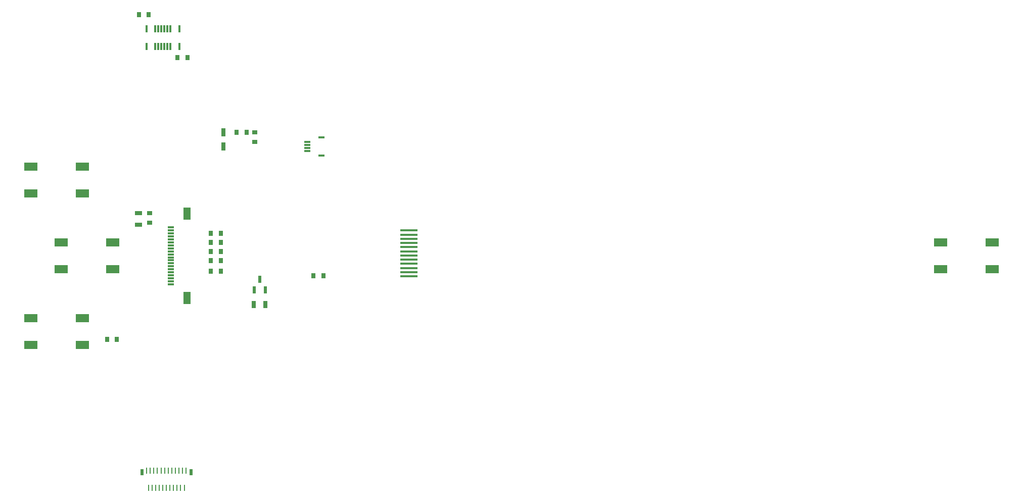
<source format=gtp>
G04*
G04 #@! TF.GenerationSoftware,Altium Limited,Altium Designer,23.4.1 (23)*
G04*
G04 Layer_Color=12040119*
%FSLAX25Y25*%
%MOIN*%
G70*
G04*
G04 #@! TF.SameCoordinates,ACA3CFB4-5D02-48E1-8893-3A58BFC83F0D*
G04*
G04*
G04 #@! TF.FilePolarity,Positive*
G04*
G01*
G75*
%ADD17R,0.02756X0.03347*%
%ADD18R,0.08500X0.05500*%
%ADD19R,0.03937X0.01181*%
%ADD20R,0.04331X0.01181*%
%ADD21R,0.11811X0.01378*%
%ADD22R,0.01181X0.04528*%
%ADD23R,0.03347X0.02756*%
%ADD24R,0.02756X0.05315*%
%ADD25R,0.00984X0.03937*%
%ADD26R,0.02362X0.03937*%
%ADD27R,0.05118X0.03150*%
%ADD28R,0.02362X0.04724*%
%ADD29R,0.03150X0.05118*%
%ADD30R,0.05118X0.07874*%
D17*
X119504Y-13000D02*
D03*
X126000D02*
D03*
X10748Y159200D02*
D03*
X4252D02*
D03*
X29752Y131000D02*
D03*
X36248D02*
D03*
X68752Y81600D02*
D03*
X75248D02*
D03*
X51752Y15000D02*
D03*
X58248D02*
D03*
X51752Y9000D02*
D03*
X58248D02*
D03*
X51752Y3000D02*
D03*
X58248D02*
D03*
X51752Y-3000D02*
D03*
X58248D02*
D03*
X51752Y-10000D02*
D03*
X58248D02*
D03*
X-10252Y-55000D02*
D03*
X-16748D02*
D03*
D18*
X567000Y8900D02*
D03*
X533000D02*
D03*
X567000Y-8900D02*
D03*
X533000D02*
D03*
X-33000Y58900D02*
D03*
X-67000D02*
D03*
X-33000Y41100D02*
D03*
X-67000D02*
D03*
X-13000Y8900D02*
D03*
X-47000D02*
D03*
X-13000Y-8900D02*
D03*
X-47000D02*
D03*
X-33000Y-41100D02*
D03*
X-67000D02*
D03*
X-33000Y-58900D02*
D03*
X-67000D02*
D03*
D19*
X124526Y78163D02*
D03*
Y66037D02*
D03*
X25354Y-18701D02*
D03*
Y-16732D02*
D03*
Y-14764D02*
D03*
Y-12795D02*
D03*
Y-10827D02*
D03*
Y-8858D02*
D03*
Y-6890D02*
D03*
Y-4921D02*
D03*
Y-2953D02*
D03*
Y-984D02*
D03*
Y984D02*
D03*
Y2953D02*
D03*
Y4921D02*
D03*
Y6890D02*
D03*
Y8858D02*
D03*
Y10827D02*
D03*
Y12795D02*
D03*
Y14764D02*
D03*
Y16732D02*
D03*
Y18701D02*
D03*
D20*
X115274Y75053D02*
D03*
Y69147D02*
D03*
Y71116D02*
D03*
Y73084D02*
D03*
D21*
X182500Y-13559D02*
D03*
Y-10803D02*
D03*
Y-8047D02*
D03*
Y-5291D02*
D03*
Y-2535D02*
D03*
Y221D02*
D03*
Y2976D02*
D03*
Y5732D02*
D03*
Y8488D02*
D03*
Y11244D02*
D03*
Y14000D02*
D03*
Y16756D02*
D03*
D22*
X9252Y150000D02*
D03*
Y138307D02*
D03*
X15157Y150000D02*
D03*
X17126D02*
D03*
X19094D02*
D03*
X21063D02*
D03*
X23031D02*
D03*
X25000D02*
D03*
X30906D02*
D03*
X15157Y138307D02*
D03*
X17126D02*
D03*
X19094D02*
D03*
X21063D02*
D03*
X23031D02*
D03*
X25000D02*
D03*
X30906D02*
D03*
D23*
X80700Y75052D02*
D03*
Y81548D02*
D03*
X11500Y28248D02*
D03*
Y21752D02*
D03*
D24*
X60000Y72076D02*
D03*
Y81524D02*
D03*
D25*
X22400Y-153274D02*
D03*
X20038D02*
D03*
X17676D02*
D03*
X15313D02*
D03*
X12951D02*
D03*
X24762D02*
D03*
X27124D02*
D03*
X29487D02*
D03*
X31849D02*
D03*
X34211D02*
D03*
X10589D02*
D03*
X9408Y-141739D02*
D03*
X11770D02*
D03*
X14132D02*
D03*
X16495D02*
D03*
X18857D02*
D03*
X21219D02*
D03*
X23581D02*
D03*
X25943D02*
D03*
X28306D02*
D03*
X30668D02*
D03*
X33030D02*
D03*
X35392D02*
D03*
D26*
X6258Y-142782D02*
D03*
X38542D02*
D03*
D27*
X4000Y28339D02*
D03*
Y20661D02*
D03*
D28*
X84000Y-15457D02*
D03*
X87740Y-22543D02*
D03*
X80260D02*
D03*
D29*
X87839Y-32000D02*
D03*
X80161D02*
D03*
D30*
X35984Y-27756D02*
D03*
Y27756D02*
D03*
M02*

</source>
